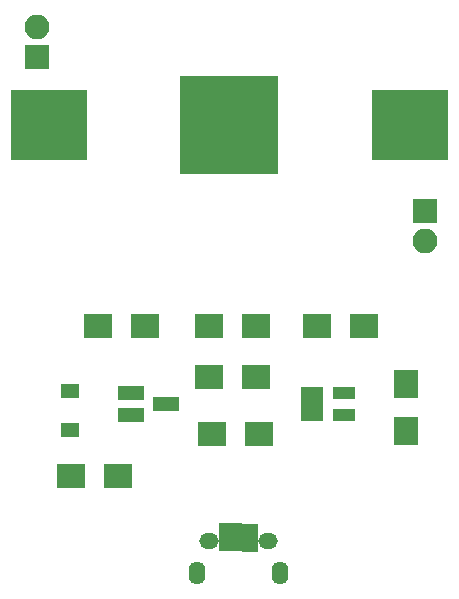
<source format=gbr>
G04 #@! TF.FileFunction,Soldermask,Top*
%FSLAX46Y46*%
G04 Gerber Fmt 4.6, Leading zero omitted, Abs format (unit mm)*
G04 Created by KiCad (PCBNEW 4.0.4-stable) date 10/14/18 22:48:43*
%MOMM*%
%LPD*%
G01*
G04 APERTURE LIST*
%ADD10C,0.100000*%
%ADD11R,6.400000X5.900000*%
%ADD12R,8.400000X8.400000*%
%ADD13R,2.400000X2.000000*%
%ADD14R,2.400000X2.100000*%
%ADD15R,1.600000X1.300000*%
%ADD16R,0.800000X2.400000*%
%ADD17O,1.650000X1.350000*%
%ADD18O,1.400000X1.950000*%
%ADD19R,2.300000X1.200000*%
%ADD20R,2.100000X2.400000*%
%ADD21R,1.960000X1.050000*%
%ADD22R,2.100000X2.100000*%
%ADD23O,2.100000X2.100000*%
G04 APERTURE END LIST*
D10*
D11*
X150428000Y-53340000D03*
X119828000Y-53340000D03*
D12*
X135128000Y-53340000D03*
D13*
X133636000Y-79502000D03*
X137636000Y-79502000D03*
X133382000Y-70358000D03*
X137382000Y-70358000D03*
X121698000Y-83058000D03*
X125698000Y-83058000D03*
D14*
X137382000Y-74676000D03*
X133382000Y-74676000D03*
D15*
X121666000Y-79120000D03*
X121666000Y-75820000D03*
D16*
X134599680Y-88242140D03*
X135232140Y-88242140D03*
X135877300Y-88234520D03*
X136535160Y-88247220D03*
X137185400Y-88247220D03*
D17*
X133390000Y-88566000D03*
X138390000Y-88566000D03*
D18*
X132390000Y-91266000D03*
X139390000Y-91266000D03*
D19*
X126770000Y-76012000D03*
X126770000Y-77912000D03*
X129770000Y-76962000D03*
D14*
X123984000Y-70358000D03*
X127984000Y-70358000D03*
X142526000Y-70358000D03*
X146526000Y-70358000D03*
D20*
X150114000Y-79216000D03*
X150114000Y-75216000D03*
D21*
X142160000Y-76012000D03*
X142160000Y-76962000D03*
X142160000Y-77912000D03*
X144860000Y-77912000D03*
X144860000Y-76012000D03*
D22*
X151714200Y-60579000D03*
D23*
X151714200Y-63119000D03*
D22*
X118849140Y-47525940D03*
D23*
X118849140Y-44985940D03*
M02*

</source>
